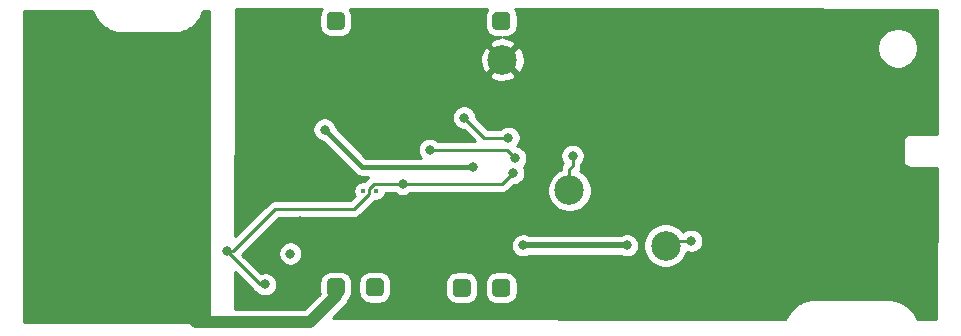
<source format=gbr>
G04 #@! TF.GenerationSoftware,KiCad,Pcbnew,(5.1.4)-1*
G04 #@! TF.CreationDate,2020-07-19T23:59:32-07:00*
G04 #@! TF.ProjectId,Main Board,4d61696e-2042-46f6-9172-642e6b696361,rev?*
G04 #@! TF.SameCoordinates,Original*
G04 #@! TF.FileFunction,Copper,L2,Bot*
G04 #@! TF.FilePolarity,Positive*
%FSLAX46Y46*%
G04 Gerber Fmt 4.6, Leading zero omitted, Abs format (unit mm)*
G04 Created by KiCad (PCBNEW (5.1.4)-1) date 2020-07-19 23:59:32*
%MOMM*%
%LPD*%
G04 APERTURE LIST*
%ADD10C,0.100000*%
%ADD11C,1.524000*%
%ADD12C,0.400000*%
%ADD13C,2.500000*%
%ADD14C,0.800000*%
%ADD15C,1.000000*%
%ADD16C,1.000000*%
%ADD17C,0.500000*%
%ADD18C,0.250000*%
%ADD19C,0.400000*%
%ADD20C,0.254000*%
G04 APERTURE END LIST*
D10*
G36*
X145208345Y-107219835D02*
G01*
X145245329Y-107225321D01*
X145281598Y-107234406D01*
X145316802Y-107247002D01*
X145350602Y-107262988D01*
X145382672Y-107282210D01*
X145412704Y-107304483D01*
X145440408Y-107329592D01*
X145465517Y-107357296D01*
X145487790Y-107387328D01*
X145507012Y-107419398D01*
X145522998Y-107453198D01*
X145535594Y-107488402D01*
X145544679Y-107524671D01*
X145550165Y-107561655D01*
X145552000Y-107599000D01*
X145552000Y-108361000D01*
X145550165Y-108398345D01*
X145544679Y-108435329D01*
X145535594Y-108471598D01*
X145522998Y-108506802D01*
X145507012Y-108540602D01*
X145487790Y-108572672D01*
X145465517Y-108602704D01*
X145440408Y-108630408D01*
X145412704Y-108655517D01*
X145382672Y-108677790D01*
X145350602Y-108697012D01*
X145316802Y-108712998D01*
X145281598Y-108725594D01*
X145245329Y-108734679D01*
X145208345Y-108740165D01*
X145171000Y-108742000D01*
X144409000Y-108742000D01*
X144371655Y-108740165D01*
X144334671Y-108734679D01*
X144298402Y-108725594D01*
X144263198Y-108712998D01*
X144229398Y-108697012D01*
X144197328Y-108677790D01*
X144167296Y-108655517D01*
X144139592Y-108630408D01*
X144114483Y-108602704D01*
X144092210Y-108572672D01*
X144072988Y-108540602D01*
X144057002Y-108506802D01*
X144044406Y-108471598D01*
X144035321Y-108435329D01*
X144029835Y-108398345D01*
X144028000Y-108361000D01*
X144028000Y-107599000D01*
X144029835Y-107561655D01*
X144035321Y-107524671D01*
X144044406Y-107488402D01*
X144057002Y-107453198D01*
X144072988Y-107419398D01*
X144092210Y-107387328D01*
X144114483Y-107357296D01*
X144139592Y-107329592D01*
X144167296Y-107304483D01*
X144197328Y-107282210D01*
X144229398Y-107262988D01*
X144263198Y-107247002D01*
X144298402Y-107234406D01*
X144334671Y-107225321D01*
X144371655Y-107219835D01*
X144409000Y-107218000D01*
X145171000Y-107218000D01*
X145208345Y-107219835D01*
X145208345Y-107219835D01*
G37*
D11*
X144790000Y-107980000D03*
D10*
G36*
X137858345Y-107169835D02*
G01*
X137895329Y-107175321D01*
X137931598Y-107184406D01*
X137966802Y-107197002D01*
X138000602Y-107212988D01*
X138032672Y-107232210D01*
X138062704Y-107254483D01*
X138090408Y-107279592D01*
X138115517Y-107307296D01*
X138137790Y-107337328D01*
X138157012Y-107369398D01*
X138172998Y-107403198D01*
X138185594Y-107438402D01*
X138194679Y-107474671D01*
X138200165Y-107511655D01*
X138202000Y-107549000D01*
X138202000Y-108311000D01*
X138200165Y-108348345D01*
X138194679Y-108385329D01*
X138185594Y-108421598D01*
X138172998Y-108456802D01*
X138157012Y-108490602D01*
X138137790Y-108522672D01*
X138115517Y-108552704D01*
X138090408Y-108580408D01*
X138062704Y-108605517D01*
X138032672Y-108627790D01*
X138000602Y-108647012D01*
X137966802Y-108662998D01*
X137931598Y-108675594D01*
X137895329Y-108684679D01*
X137858345Y-108690165D01*
X137821000Y-108692000D01*
X137059000Y-108692000D01*
X137021655Y-108690165D01*
X136984671Y-108684679D01*
X136948402Y-108675594D01*
X136913198Y-108662998D01*
X136879398Y-108647012D01*
X136847328Y-108627790D01*
X136817296Y-108605517D01*
X136789592Y-108580408D01*
X136764483Y-108552704D01*
X136742210Y-108522672D01*
X136722988Y-108490602D01*
X136707002Y-108456802D01*
X136694406Y-108421598D01*
X136685321Y-108385329D01*
X136679835Y-108348345D01*
X136678000Y-108311000D01*
X136678000Y-107549000D01*
X136679835Y-107511655D01*
X136685321Y-107474671D01*
X136694406Y-107438402D01*
X136707002Y-107403198D01*
X136722988Y-107369398D01*
X136742210Y-107337328D01*
X136764483Y-107307296D01*
X136789592Y-107279592D01*
X136817296Y-107254483D01*
X136847328Y-107232210D01*
X136879398Y-107212988D01*
X136913198Y-107197002D01*
X136948402Y-107184406D01*
X136984671Y-107175321D01*
X137021655Y-107169835D01*
X137059000Y-107168000D01*
X137821000Y-107168000D01*
X137858345Y-107169835D01*
X137858345Y-107169835D01*
G37*
D11*
X137440000Y-107930000D03*
D10*
G36*
X134558345Y-84619835D02*
G01*
X134595329Y-84625321D01*
X134631598Y-84634406D01*
X134666802Y-84647002D01*
X134700602Y-84662988D01*
X134732672Y-84682210D01*
X134762704Y-84704483D01*
X134790408Y-84729592D01*
X134815517Y-84757296D01*
X134837790Y-84787328D01*
X134857012Y-84819398D01*
X134872998Y-84853198D01*
X134885594Y-84888402D01*
X134894679Y-84924671D01*
X134900165Y-84961655D01*
X134902000Y-84999000D01*
X134902000Y-85761000D01*
X134900165Y-85798345D01*
X134894679Y-85835329D01*
X134885594Y-85871598D01*
X134872998Y-85906802D01*
X134857012Y-85940602D01*
X134837790Y-85972672D01*
X134815517Y-86002704D01*
X134790408Y-86030408D01*
X134762704Y-86055517D01*
X134732672Y-86077790D01*
X134700602Y-86097012D01*
X134666802Y-86112998D01*
X134631598Y-86125594D01*
X134595329Y-86134679D01*
X134558345Y-86140165D01*
X134521000Y-86142000D01*
X133759000Y-86142000D01*
X133721655Y-86140165D01*
X133684671Y-86134679D01*
X133648402Y-86125594D01*
X133613198Y-86112998D01*
X133579398Y-86097012D01*
X133547328Y-86077790D01*
X133517296Y-86055517D01*
X133489592Y-86030408D01*
X133464483Y-86002704D01*
X133442210Y-85972672D01*
X133422988Y-85940602D01*
X133407002Y-85906802D01*
X133394406Y-85871598D01*
X133385321Y-85835329D01*
X133379835Y-85798345D01*
X133378000Y-85761000D01*
X133378000Y-84999000D01*
X133379835Y-84961655D01*
X133385321Y-84924671D01*
X133394406Y-84888402D01*
X133407002Y-84853198D01*
X133422988Y-84819398D01*
X133442210Y-84787328D01*
X133464483Y-84757296D01*
X133489592Y-84729592D01*
X133517296Y-84704483D01*
X133547328Y-84682210D01*
X133579398Y-84662988D01*
X133613198Y-84647002D01*
X133648402Y-84634406D01*
X133684671Y-84625321D01*
X133721655Y-84619835D01*
X133759000Y-84618000D01*
X134521000Y-84618000D01*
X134558345Y-84619835D01*
X134558345Y-84619835D01*
G37*
D11*
X134140000Y-85380000D03*
D10*
G36*
X148558345Y-84619835D02*
G01*
X148595329Y-84625321D01*
X148631598Y-84634406D01*
X148666802Y-84647002D01*
X148700602Y-84662988D01*
X148732672Y-84682210D01*
X148762704Y-84704483D01*
X148790408Y-84729592D01*
X148815517Y-84757296D01*
X148837790Y-84787328D01*
X148857012Y-84819398D01*
X148872998Y-84853198D01*
X148885594Y-84888402D01*
X148894679Y-84924671D01*
X148900165Y-84961655D01*
X148902000Y-84999000D01*
X148902000Y-85761000D01*
X148900165Y-85798345D01*
X148894679Y-85835329D01*
X148885594Y-85871598D01*
X148872998Y-85906802D01*
X148857012Y-85940602D01*
X148837790Y-85972672D01*
X148815517Y-86002704D01*
X148790408Y-86030408D01*
X148762704Y-86055517D01*
X148732672Y-86077790D01*
X148700602Y-86097012D01*
X148666802Y-86112998D01*
X148631598Y-86125594D01*
X148595329Y-86134679D01*
X148558345Y-86140165D01*
X148521000Y-86142000D01*
X147759000Y-86142000D01*
X147721655Y-86140165D01*
X147684671Y-86134679D01*
X147648402Y-86125594D01*
X147613198Y-86112998D01*
X147579398Y-86097012D01*
X147547328Y-86077790D01*
X147517296Y-86055517D01*
X147489592Y-86030408D01*
X147464483Y-86002704D01*
X147442210Y-85972672D01*
X147422988Y-85940602D01*
X147407002Y-85906802D01*
X147394406Y-85871598D01*
X147385321Y-85835329D01*
X147379835Y-85798345D01*
X147378000Y-85761000D01*
X147378000Y-84999000D01*
X147379835Y-84961655D01*
X147385321Y-84924671D01*
X147394406Y-84888402D01*
X147407002Y-84853198D01*
X147422988Y-84819398D01*
X147442210Y-84787328D01*
X147464483Y-84757296D01*
X147489592Y-84729592D01*
X147517296Y-84704483D01*
X147547328Y-84682210D01*
X147579398Y-84662988D01*
X147613198Y-84647002D01*
X147648402Y-84634406D01*
X147684671Y-84625321D01*
X147721655Y-84619835D01*
X147759000Y-84618000D01*
X148521000Y-84618000D01*
X148558345Y-84619835D01*
X148558345Y-84619835D01*
G37*
D11*
X148140000Y-85380000D03*
D10*
G36*
X148558345Y-107219835D02*
G01*
X148595329Y-107225321D01*
X148631598Y-107234406D01*
X148666802Y-107247002D01*
X148700602Y-107262988D01*
X148732672Y-107282210D01*
X148762704Y-107304483D01*
X148790408Y-107329592D01*
X148815517Y-107357296D01*
X148837790Y-107387328D01*
X148857012Y-107419398D01*
X148872998Y-107453198D01*
X148885594Y-107488402D01*
X148894679Y-107524671D01*
X148900165Y-107561655D01*
X148902000Y-107599000D01*
X148902000Y-108361000D01*
X148900165Y-108398345D01*
X148894679Y-108435329D01*
X148885594Y-108471598D01*
X148872998Y-108506802D01*
X148857012Y-108540602D01*
X148837790Y-108572672D01*
X148815517Y-108602704D01*
X148790408Y-108630408D01*
X148762704Y-108655517D01*
X148732672Y-108677790D01*
X148700602Y-108697012D01*
X148666802Y-108712998D01*
X148631598Y-108725594D01*
X148595329Y-108734679D01*
X148558345Y-108740165D01*
X148521000Y-108742000D01*
X147759000Y-108742000D01*
X147721655Y-108740165D01*
X147684671Y-108734679D01*
X147648402Y-108725594D01*
X147613198Y-108712998D01*
X147579398Y-108697012D01*
X147547328Y-108677790D01*
X147517296Y-108655517D01*
X147489592Y-108630408D01*
X147464483Y-108602704D01*
X147442210Y-108572672D01*
X147422988Y-108540602D01*
X147407002Y-108506802D01*
X147394406Y-108471598D01*
X147385321Y-108435329D01*
X147379835Y-108398345D01*
X147378000Y-108361000D01*
X147378000Y-107599000D01*
X147379835Y-107561655D01*
X147385321Y-107524671D01*
X147394406Y-107488402D01*
X147407002Y-107453198D01*
X147422988Y-107419398D01*
X147442210Y-107387328D01*
X147464483Y-107357296D01*
X147489592Y-107329592D01*
X147517296Y-107304483D01*
X147547328Y-107282210D01*
X147579398Y-107262988D01*
X147613198Y-107247002D01*
X147648402Y-107234406D01*
X147684671Y-107225321D01*
X147721655Y-107219835D01*
X147759000Y-107218000D01*
X148521000Y-107218000D01*
X148558345Y-107219835D01*
X148558345Y-107219835D01*
G37*
D11*
X148140000Y-107980000D03*
D10*
G36*
X134558345Y-107169835D02*
G01*
X134595329Y-107175321D01*
X134631598Y-107184406D01*
X134666802Y-107197002D01*
X134700602Y-107212988D01*
X134732672Y-107232210D01*
X134762704Y-107254483D01*
X134790408Y-107279592D01*
X134815517Y-107307296D01*
X134837790Y-107337328D01*
X134857012Y-107369398D01*
X134872998Y-107403198D01*
X134885594Y-107438402D01*
X134894679Y-107474671D01*
X134900165Y-107511655D01*
X134902000Y-107549000D01*
X134902000Y-108311000D01*
X134900165Y-108348345D01*
X134894679Y-108385329D01*
X134885594Y-108421598D01*
X134872998Y-108456802D01*
X134857012Y-108490602D01*
X134837790Y-108522672D01*
X134815517Y-108552704D01*
X134790408Y-108580408D01*
X134762704Y-108605517D01*
X134732672Y-108627790D01*
X134700602Y-108647012D01*
X134666802Y-108662998D01*
X134631598Y-108675594D01*
X134595329Y-108684679D01*
X134558345Y-108690165D01*
X134521000Y-108692000D01*
X133759000Y-108692000D01*
X133721655Y-108690165D01*
X133684671Y-108684679D01*
X133648402Y-108675594D01*
X133613198Y-108662998D01*
X133579398Y-108647012D01*
X133547328Y-108627790D01*
X133517296Y-108605517D01*
X133489592Y-108580408D01*
X133464483Y-108552704D01*
X133442210Y-108522672D01*
X133422988Y-108490602D01*
X133407002Y-108456802D01*
X133394406Y-108421598D01*
X133385321Y-108385329D01*
X133379835Y-108348345D01*
X133378000Y-108311000D01*
X133378000Y-107549000D01*
X133379835Y-107511655D01*
X133385321Y-107474671D01*
X133394406Y-107438402D01*
X133407002Y-107403198D01*
X133422988Y-107369398D01*
X133442210Y-107337328D01*
X133464483Y-107307296D01*
X133489592Y-107279592D01*
X133517296Y-107254483D01*
X133547328Y-107232210D01*
X133579398Y-107212988D01*
X133613198Y-107197002D01*
X133648402Y-107184406D01*
X133684671Y-107175321D01*
X133721655Y-107169835D01*
X133759000Y-107168000D01*
X134521000Y-107168000D01*
X134558345Y-107169835D01*
X134558345Y-107169835D01*
G37*
D11*
X134140000Y-107930000D03*
D12*
X137540000Y-99780000D03*
X136440000Y-99780000D03*
D13*
X162060000Y-104400000D03*
X148250000Y-88660000D03*
X153920000Y-99700000D03*
D14*
X130280000Y-105080000D03*
X114190000Y-89780000D03*
X117790000Y-89780000D03*
X116190000Y-89780000D03*
X112190000Y-89780000D03*
X110190000Y-89780000D03*
X108190000Y-89780000D03*
X108790000Y-101980000D03*
X108780000Y-107530000D03*
X108390000Y-97180000D03*
X108410000Y-94820000D03*
X122428000Y-86360000D03*
X112300000Y-107570000D03*
D15*
X122790000Y-109380000D03*
X121590000Y-110180000D03*
X120090000Y-109880000D03*
X118590000Y-109880000D03*
X117090000Y-109880000D03*
X115590000Y-109880000D03*
X114090000Y-109880000D03*
X112590000Y-109880000D03*
X111090000Y-109880000D03*
X109590000Y-109880000D03*
X108290000Y-109890000D03*
D14*
X114590000Y-99380000D03*
X116590000Y-100880000D03*
X114590000Y-101380000D03*
X112290000Y-104610000D03*
X108800000Y-104150000D03*
X108810000Y-99560000D03*
X110690000Y-105500000D03*
X111120000Y-100990000D03*
X111100000Y-99210000D03*
X108290000Y-92650000D03*
X128590000Y-88380000D03*
X129310000Y-91680000D03*
X133990000Y-104580000D03*
X142990000Y-109580000D03*
X139590000Y-109580000D03*
X141350000Y-107770000D03*
X146030000Y-101040000D03*
X148082000Y-102616000D03*
X150876000Y-108712000D03*
X149860000Y-106426000D03*
X140570000Y-100640000D03*
X134760000Y-100270000D03*
X164084000Y-85344000D03*
X167894000Y-85420000D03*
X172974000Y-85344000D03*
X177546000Y-85430000D03*
X184500000Y-85270000D03*
X184260000Y-90590000D03*
X181570000Y-96120000D03*
X179832000Y-91186000D03*
X170590000Y-87630000D03*
X164084000Y-94742000D03*
X173482000Y-93218000D03*
X171196000Y-94870000D03*
X177800000Y-98552000D03*
X150640000Y-91440000D03*
X154000000Y-87000000D03*
X150640000Y-87090000D03*
X151640000Y-85320000D03*
X155370000Y-85180000D03*
X127140000Y-104920000D03*
X132460000Y-104780000D03*
X131064000Y-102362000D03*
X126590000Y-95280000D03*
X132080000Y-96266000D03*
X125984000Y-108204000D03*
X128290000Y-109474000D03*
X178562000Y-93140000D03*
X126280000Y-99960000D03*
X163150000Y-90820000D03*
X142890000Y-100810000D03*
X138630000Y-100810000D03*
X136000000Y-87500000D03*
X140500000Y-87500000D03*
X144500000Y-87500000D03*
X144500000Y-91000000D03*
X140500000Y-91000000D03*
X140500000Y-91000000D03*
X136500000Y-93000000D03*
X149990000Y-104380000D03*
X158790000Y-104380000D03*
X164227766Y-104000000D03*
X148750000Y-95270000D03*
X144990000Y-93560000D03*
X142090000Y-96280000D03*
X149330000Y-96990000D03*
X145790000Y-97780000D03*
X133190000Y-94580000D03*
X154180000Y-96800000D03*
X139790000Y-99180000D03*
X124890000Y-104880000D03*
X128150000Y-107680000D03*
X149170000Y-98250000D03*
D16*
X131951999Y-110880001D02*
X122290001Y-110880001D01*
X134140000Y-107930000D02*
X134140000Y-108692000D01*
X134140000Y-108692000D02*
X131951999Y-110880001D01*
X122290001Y-110880001D02*
X121590000Y-110180000D01*
X121590000Y-110180000D02*
X121590000Y-110180000D01*
D17*
X149990000Y-104380000D02*
X158790000Y-104380000D01*
D18*
X162460000Y-104000000D02*
X162060000Y-104400000D01*
X164227766Y-104000000D02*
X162460000Y-104000000D01*
X146700000Y-95270000D02*
X148750000Y-95270000D01*
X144990000Y-93560000D02*
X146700000Y-95270000D01*
X148620000Y-96280000D02*
X149330000Y-96990000D01*
X142090000Y-96280000D02*
X148620000Y-96280000D01*
D19*
X145790000Y-97780000D02*
X136390000Y-97780000D01*
X136390000Y-97780000D02*
X133190000Y-94580000D01*
X133190000Y-94580000D02*
X133190000Y-94580000D01*
X133190000Y-94580000D02*
X133190000Y-94580000D01*
D18*
X153920000Y-97932234D02*
X154180000Y-97672234D01*
X153920000Y-99700000D02*
X153920000Y-97932234D01*
X154180000Y-97672234D02*
X154180000Y-96800000D01*
X154180000Y-96800000D02*
X154180000Y-96800000D01*
X138990000Y-99180000D02*
X139790000Y-99180000D01*
X136965001Y-99604999D02*
X137390000Y-99180000D01*
X136965001Y-100032001D02*
X136965001Y-99604999D01*
X137390000Y-99180000D02*
X138990000Y-99180000D01*
X135692001Y-101305001D02*
X136965001Y-100032001D01*
X129030684Y-101305001D02*
X135692001Y-101305001D01*
X125455685Y-104880000D02*
X129030684Y-101305001D01*
X124890000Y-104880000D02*
X125455685Y-104880000D01*
X127690000Y-107680000D02*
X128150000Y-107680000D01*
X124890000Y-104880000D02*
X127690000Y-107680000D01*
X148240000Y-99180000D02*
X149170000Y-98250000D01*
X139790000Y-99180000D02*
X148240000Y-99180000D01*
D20*
G36*
X113606354Y-84732320D02*
G01*
X113629251Y-84786789D01*
X113651390Y-84841585D01*
X113655664Y-84849623D01*
X113844785Y-85199396D01*
X113877836Y-85248396D01*
X113910188Y-85297836D01*
X113915941Y-85304890D01*
X114169398Y-85611267D01*
X114211340Y-85652917D01*
X114252676Y-85695128D01*
X114259690Y-85700931D01*
X114567829Y-85952243D01*
X114617089Y-85984972D01*
X114665810Y-86018331D01*
X114673812Y-86022658D01*
X114673816Y-86022661D01*
X114673820Y-86022663D01*
X115024901Y-86209335D01*
X115079562Y-86231865D01*
X115133851Y-86255133D01*
X115142541Y-86257823D01*
X115142548Y-86257826D01*
X115142555Y-86257827D01*
X115523203Y-86372752D01*
X115581220Y-86384240D01*
X115638974Y-86396516D01*
X115648018Y-86397467D01*
X115648028Y-86397469D01*
X115648037Y-86397469D01*
X116043758Y-86436270D01*
X116043764Y-86436270D01*
X116075360Y-86439382D01*
X120372022Y-86439382D01*
X120400675Y-86436560D01*
X120413315Y-86436648D01*
X120422375Y-86435760D01*
X120817825Y-86394197D01*
X120875737Y-86382310D01*
X120933761Y-86371241D01*
X120942470Y-86368612D01*
X120942474Y-86368611D01*
X120942477Y-86368610D01*
X121322320Y-86251028D01*
X121376789Y-86228131D01*
X121431585Y-86205992D01*
X121439623Y-86201718D01*
X121789396Y-86012597D01*
X121838396Y-85979546D01*
X121887836Y-85947194D01*
X121894890Y-85941441D01*
X122201267Y-85687984D01*
X122242917Y-85646042D01*
X122285128Y-85604706D01*
X122290931Y-85597692D01*
X122542243Y-85289553D01*
X122574972Y-85240293D01*
X122608331Y-85191572D01*
X122612658Y-85183570D01*
X122612661Y-85183566D01*
X122612663Y-85183562D01*
X122799335Y-84832481D01*
X122821865Y-84777820D01*
X122845133Y-84723531D01*
X122847823Y-84714841D01*
X122847826Y-84714834D01*
X122847827Y-84714827D01*
X122910574Y-84507000D01*
X123376202Y-84507000D01*
X123376202Y-110853000D01*
X107772000Y-110853000D01*
X107772000Y-84507000D01*
X113536605Y-84507000D01*
X113606354Y-84732320D01*
X113606354Y-84732320D01*
G37*
X113606354Y-84732320D02*
X113629251Y-84786789D01*
X113651390Y-84841585D01*
X113655664Y-84849623D01*
X113844785Y-85199396D01*
X113877836Y-85248396D01*
X113910188Y-85297836D01*
X113915941Y-85304890D01*
X114169398Y-85611267D01*
X114211340Y-85652917D01*
X114252676Y-85695128D01*
X114259690Y-85700931D01*
X114567829Y-85952243D01*
X114617089Y-85984972D01*
X114665810Y-86018331D01*
X114673812Y-86022658D01*
X114673816Y-86022661D01*
X114673820Y-86022663D01*
X115024901Y-86209335D01*
X115079562Y-86231865D01*
X115133851Y-86255133D01*
X115142541Y-86257823D01*
X115142548Y-86257826D01*
X115142555Y-86257827D01*
X115523203Y-86372752D01*
X115581220Y-86384240D01*
X115638974Y-86396516D01*
X115648018Y-86397467D01*
X115648028Y-86397469D01*
X115648037Y-86397469D01*
X116043758Y-86436270D01*
X116043764Y-86436270D01*
X116075360Y-86439382D01*
X120372022Y-86439382D01*
X120400675Y-86436560D01*
X120413315Y-86436648D01*
X120422375Y-86435760D01*
X120817825Y-86394197D01*
X120875737Y-86382310D01*
X120933761Y-86371241D01*
X120942470Y-86368612D01*
X120942474Y-86368611D01*
X120942477Y-86368610D01*
X121322320Y-86251028D01*
X121376789Y-86228131D01*
X121431585Y-86205992D01*
X121439623Y-86201718D01*
X121789396Y-86012597D01*
X121838396Y-85979546D01*
X121887836Y-85947194D01*
X121894890Y-85941441D01*
X122201267Y-85687984D01*
X122242917Y-85646042D01*
X122285128Y-85604706D01*
X122290931Y-85597692D01*
X122542243Y-85289553D01*
X122574972Y-85240293D01*
X122608331Y-85191572D01*
X122612658Y-85183570D01*
X122612661Y-85183566D01*
X122612663Y-85183562D01*
X122799335Y-84832481D01*
X122821865Y-84777820D01*
X122845133Y-84723531D01*
X122847823Y-84714841D01*
X122847826Y-84714834D01*
X122847827Y-84714827D01*
X122910574Y-84507000D01*
X123376202Y-84507000D01*
X123376202Y-110853000D01*
X107772000Y-110853000D01*
X107772000Y-84507000D01*
X113536605Y-84507000D01*
X113606354Y-84732320D01*
G36*
X132918357Y-84437300D02*
G01*
X132824927Y-84612094D01*
X132767394Y-84801757D01*
X132747967Y-84999000D01*
X132747967Y-85761000D01*
X132767394Y-85958243D01*
X132824927Y-86147906D01*
X132918357Y-86322700D01*
X133044092Y-86475908D01*
X133197300Y-86601643D01*
X133372094Y-86695073D01*
X133561757Y-86752606D01*
X133759000Y-86772033D01*
X134521000Y-86772033D01*
X134718243Y-86752606D01*
X134907906Y-86695073D01*
X135082700Y-86601643D01*
X135235908Y-86475908D01*
X135361643Y-86322700D01*
X135455073Y-86147906D01*
X135512606Y-85958243D01*
X135532033Y-85761000D01*
X135532033Y-84999000D01*
X135512606Y-84801757D01*
X135455073Y-84612094D01*
X135361643Y-84437300D01*
X135332673Y-84402000D01*
X146947327Y-84402000D01*
X146918357Y-84437300D01*
X146824927Y-84612094D01*
X146767394Y-84801757D01*
X146747967Y-84999000D01*
X146747967Y-85761000D01*
X146767394Y-85958243D01*
X146824927Y-86147906D01*
X146918357Y-86322700D01*
X147044092Y-86475908D01*
X147197300Y-86601643D01*
X147372094Y-86695073D01*
X147561757Y-86752606D01*
X147759000Y-86772033D01*
X148154492Y-86772033D01*
X147828925Y-86813275D01*
X147476738Y-86930906D01*
X147241914Y-87056423D01*
X147116000Y-87346395D01*
X148250000Y-88480395D01*
X149210490Y-87519905D01*
X179973000Y-87519905D01*
X179973000Y-87860095D01*
X180039368Y-88193747D01*
X180169553Y-88508041D01*
X180358552Y-88790898D01*
X180599102Y-89031448D01*
X180881959Y-89220447D01*
X181196253Y-89350632D01*
X181529905Y-89417000D01*
X181870095Y-89417000D01*
X182203747Y-89350632D01*
X182518041Y-89220447D01*
X182800898Y-89031448D01*
X183041448Y-88790898D01*
X183230447Y-88508041D01*
X183360632Y-88193747D01*
X183427000Y-87860095D01*
X183427000Y-87519905D01*
X183360632Y-87186253D01*
X183230447Y-86871959D01*
X183041448Y-86589102D01*
X182800898Y-86348552D01*
X182518041Y-86159553D01*
X182203747Y-86029368D01*
X181870095Y-85963000D01*
X181529905Y-85963000D01*
X181196253Y-86029368D01*
X180881959Y-86159553D01*
X180599102Y-86348552D01*
X180358552Y-86589102D01*
X180169553Y-86871959D01*
X180039368Y-87186253D01*
X179973000Y-87519905D01*
X149210490Y-87519905D01*
X149384000Y-87346395D01*
X149258086Y-87056423D01*
X148925874Y-86890567D01*
X148567688Y-86792710D01*
X148274242Y-86772033D01*
X148521000Y-86772033D01*
X148718243Y-86752606D01*
X148907906Y-86695073D01*
X149082700Y-86601643D01*
X149235908Y-86475908D01*
X149361643Y-86322700D01*
X149455073Y-86147906D01*
X149512606Y-85958243D01*
X149532033Y-85761000D01*
X149532033Y-84999000D01*
X149512606Y-84801757D01*
X149455073Y-84612094D01*
X149361643Y-84437300D01*
X149332673Y-84402000D01*
X166025800Y-84402000D01*
X185052496Y-84446701D01*
X185010824Y-94948000D01*
X182832022Y-94948000D01*
X182800000Y-94944846D01*
X182767978Y-94948000D01*
X182672186Y-94957435D01*
X182549283Y-94994717D01*
X182436016Y-95055259D01*
X182336736Y-95136736D01*
X182255259Y-95236016D01*
X182194717Y-95349283D01*
X182157435Y-95472186D01*
X182144846Y-95600000D01*
X182148000Y-95632022D01*
X182148001Y-97127968D01*
X182144846Y-97160000D01*
X182157435Y-97287814D01*
X182194717Y-97410717D01*
X182255259Y-97523984D01*
X182336736Y-97623264D01*
X182436016Y-97704741D01*
X182549283Y-97765283D01*
X182672186Y-97802565D01*
X182767978Y-97812000D01*
X182800000Y-97815154D01*
X182832022Y-97812000D01*
X184999459Y-97812000D01*
X184948504Y-110652702D01*
X183387638Y-110649035D01*
X183381028Y-110627680D01*
X183358120Y-110573183D01*
X183335992Y-110518415D01*
X183331722Y-110510385D01*
X183331718Y-110510375D01*
X183331713Y-110510367D01*
X183142597Y-110160604D01*
X183109546Y-110111604D01*
X183077194Y-110062164D01*
X183071441Y-110055110D01*
X182817984Y-109748733D01*
X182776042Y-109707083D01*
X182734706Y-109664872D01*
X182727692Y-109659069D01*
X182419553Y-109407757D01*
X182370308Y-109375039D01*
X182321572Y-109341669D01*
X182313565Y-109337339D01*
X181962481Y-109150665D01*
X181907820Y-109128135D01*
X181853531Y-109104867D01*
X181844841Y-109102177D01*
X181844834Y-109102174D01*
X181844827Y-109102173D01*
X181464179Y-108987248D01*
X181406162Y-108975760D01*
X181348408Y-108963484D01*
X181339364Y-108962533D01*
X181339354Y-108962531D01*
X181339345Y-108962531D01*
X180943625Y-108923730D01*
X180943618Y-108923730D01*
X180912022Y-108920618D01*
X174643360Y-108920618D01*
X174614707Y-108923440D01*
X174602067Y-108923352D01*
X174593007Y-108924240D01*
X174197557Y-108965803D01*
X174139632Y-108977693D01*
X174081622Y-108988759D01*
X174072915Y-108991388D01*
X174072908Y-108991389D01*
X174072902Y-108991392D01*
X173693062Y-109108972D01*
X173638565Y-109131880D01*
X173583797Y-109154008D01*
X173575767Y-109158278D01*
X173575757Y-109158282D01*
X173575749Y-109158287D01*
X173225986Y-109347403D01*
X173176986Y-109380454D01*
X173127546Y-109412806D01*
X173120492Y-109418559D01*
X172814115Y-109672016D01*
X172772465Y-109713958D01*
X172730254Y-109755294D01*
X172724451Y-109762308D01*
X172473139Y-110070447D01*
X172440421Y-110119692D01*
X172407051Y-110168428D01*
X172402721Y-110176435D01*
X172216047Y-110527519D01*
X172193517Y-110582180D01*
X172176153Y-110622695D01*
X133893065Y-110532753D01*
X134897764Y-109528055D01*
X134940765Y-109492765D01*
X134976055Y-109449764D01*
X134976058Y-109449761D01*
X135081600Y-109321157D01*
X135186250Y-109125371D01*
X135209963Y-109047201D01*
X135235908Y-109025908D01*
X135361643Y-108872700D01*
X135455073Y-108697906D01*
X135512606Y-108508243D01*
X135532033Y-108311000D01*
X135532033Y-107549000D01*
X136047967Y-107549000D01*
X136047967Y-108311000D01*
X136067394Y-108508243D01*
X136124927Y-108697906D01*
X136218357Y-108872700D01*
X136344092Y-109025908D01*
X136497300Y-109151643D01*
X136672094Y-109245073D01*
X136861757Y-109302606D01*
X137059000Y-109322033D01*
X137821000Y-109322033D01*
X138018243Y-109302606D01*
X138207906Y-109245073D01*
X138382700Y-109151643D01*
X138535908Y-109025908D01*
X138661643Y-108872700D01*
X138755073Y-108697906D01*
X138812606Y-108508243D01*
X138832033Y-108311000D01*
X138832033Y-107599000D01*
X143397967Y-107599000D01*
X143397967Y-108361000D01*
X143417394Y-108558243D01*
X143474927Y-108747906D01*
X143568357Y-108922700D01*
X143694092Y-109075908D01*
X143847300Y-109201643D01*
X144022094Y-109295073D01*
X144211757Y-109352606D01*
X144409000Y-109372033D01*
X145171000Y-109372033D01*
X145368243Y-109352606D01*
X145557906Y-109295073D01*
X145732700Y-109201643D01*
X145885908Y-109075908D01*
X146011643Y-108922700D01*
X146105073Y-108747906D01*
X146162606Y-108558243D01*
X146182033Y-108361000D01*
X146182033Y-107599000D01*
X146747967Y-107599000D01*
X146747967Y-108361000D01*
X146767394Y-108558243D01*
X146824927Y-108747906D01*
X146918357Y-108922700D01*
X147044092Y-109075908D01*
X147197300Y-109201643D01*
X147372094Y-109295073D01*
X147561757Y-109352606D01*
X147759000Y-109372033D01*
X148521000Y-109372033D01*
X148718243Y-109352606D01*
X148907906Y-109295073D01*
X149082700Y-109201643D01*
X149235908Y-109075908D01*
X149361643Y-108922700D01*
X149455073Y-108747906D01*
X149512606Y-108558243D01*
X149532033Y-108361000D01*
X149532033Y-107599000D01*
X149512606Y-107401757D01*
X149455073Y-107212094D01*
X149361643Y-107037300D01*
X149235908Y-106884092D01*
X149082700Y-106758357D01*
X148907906Y-106664927D01*
X148718243Y-106607394D01*
X148521000Y-106587967D01*
X147759000Y-106587967D01*
X147561757Y-106607394D01*
X147372094Y-106664927D01*
X147197300Y-106758357D01*
X147044092Y-106884092D01*
X146918357Y-107037300D01*
X146824927Y-107212094D01*
X146767394Y-107401757D01*
X146747967Y-107599000D01*
X146182033Y-107599000D01*
X146162606Y-107401757D01*
X146105073Y-107212094D01*
X146011643Y-107037300D01*
X145885908Y-106884092D01*
X145732700Y-106758357D01*
X145557906Y-106664927D01*
X145368243Y-106607394D01*
X145171000Y-106587967D01*
X144409000Y-106587967D01*
X144211757Y-106607394D01*
X144022094Y-106664927D01*
X143847300Y-106758357D01*
X143694092Y-106884092D01*
X143568357Y-107037300D01*
X143474927Y-107212094D01*
X143417394Y-107401757D01*
X143397967Y-107599000D01*
X138832033Y-107599000D01*
X138832033Y-107549000D01*
X138812606Y-107351757D01*
X138755073Y-107162094D01*
X138661643Y-106987300D01*
X138535908Y-106834092D01*
X138382700Y-106708357D01*
X138207906Y-106614927D01*
X138018243Y-106557394D01*
X137821000Y-106537967D01*
X137059000Y-106537967D01*
X136861757Y-106557394D01*
X136672094Y-106614927D01*
X136497300Y-106708357D01*
X136344092Y-106834092D01*
X136218357Y-106987300D01*
X136124927Y-107162094D01*
X136067394Y-107351757D01*
X136047967Y-107549000D01*
X135532033Y-107549000D01*
X135512606Y-107351757D01*
X135455073Y-107162094D01*
X135361643Y-106987300D01*
X135235908Y-106834092D01*
X135082700Y-106708357D01*
X134907906Y-106614927D01*
X134718243Y-106557394D01*
X134521000Y-106537967D01*
X133759000Y-106537967D01*
X133561757Y-106557394D01*
X133372094Y-106614927D01*
X133197300Y-106708357D01*
X133044092Y-106834092D01*
X132918357Y-106987300D01*
X132824927Y-107162094D01*
X132767394Y-107351757D01*
X132747967Y-107549000D01*
X132747967Y-108311000D01*
X132764036Y-108474146D01*
X131485181Y-109753001D01*
X125615521Y-109753001D01*
X125627711Y-106681199D01*
X127132137Y-108185626D01*
X127155683Y-108214317D01*
X127270190Y-108308290D01*
X127389855Y-108372252D01*
X127495326Y-108477723D01*
X127663533Y-108590115D01*
X127850435Y-108667533D01*
X128048849Y-108707000D01*
X128251151Y-108707000D01*
X128449565Y-108667533D01*
X128636467Y-108590115D01*
X128804674Y-108477723D01*
X128947723Y-108334674D01*
X129060115Y-108166467D01*
X129137533Y-107979565D01*
X129177000Y-107781151D01*
X129177000Y-107578849D01*
X129137533Y-107380435D01*
X129060115Y-107193533D01*
X128947723Y-107025326D01*
X128804674Y-106882277D01*
X128636467Y-106769885D01*
X128449565Y-106692467D01*
X128251151Y-106653000D01*
X128048849Y-106653000D01*
X127850435Y-106692467D01*
X127790699Y-106717211D01*
X126236331Y-105162842D01*
X126420324Y-104978849D01*
X129253000Y-104978849D01*
X129253000Y-105181151D01*
X129292467Y-105379565D01*
X129369885Y-105566467D01*
X129482277Y-105734674D01*
X129625326Y-105877723D01*
X129793533Y-105990115D01*
X129980435Y-106067533D01*
X130178849Y-106107000D01*
X130381151Y-106107000D01*
X130579565Y-106067533D01*
X130766467Y-105990115D01*
X130934674Y-105877723D01*
X131077723Y-105734674D01*
X131190115Y-105566467D01*
X131267533Y-105379565D01*
X131307000Y-105181151D01*
X131307000Y-104978849D01*
X131267533Y-104780435D01*
X131190115Y-104593533D01*
X131077723Y-104425326D01*
X130934674Y-104282277D01*
X130929544Y-104278849D01*
X148963000Y-104278849D01*
X148963000Y-104481151D01*
X149002467Y-104679565D01*
X149079885Y-104866467D01*
X149192277Y-105034674D01*
X149335326Y-105177723D01*
X149503533Y-105290115D01*
X149690435Y-105367533D01*
X149888849Y-105407000D01*
X150091151Y-105407000D01*
X150289565Y-105367533D01*
X150476467Y-105290115D01*
X150526027Y-105257000D01*
X158253973Y-105257000D01*
X158303533Y-105290115D01*
X158490435Y-105367533D01*
X158688849Y-105407000D01*
X158891151Y-105407000D01*
X159089565Y-105367533D01*
X159276467Y-105290115D01*
X159444674Y-105177723D01*
X159587723Y-105034674D01*
X159700115Y-104866467D01*
X159777533Y-104679565D01*
X159817000Y-104481151D01*
X159817000Y-104278849D01*
X159804326Y-104215132D01*
X160183000Y-104215132D01*
X160183000Y-104584868D01*
X160255132Y-104947501D01*
X160396624Y-105289093D01*
X160602039Y-105596518D01*
X160863482Y-105857961D01*
X161170907Y-106063376D01*
X161512499Y-106204868D01*
X161875132Y-106277000D01*
X162244868Y-106277000D01*
X162607501Y-106204868D01*
X162949093Y-106063376D01*
X163256518Y-105857961D01*
X163517961Y-105596518D01*
X163723376Y-105289093D01*
X163859990Y-104959279D01*
X163928201Y-104987533D01*
X164126615Y-105027000D01*
X164328917Y-105027000D01*
X164527331Y-104987533D01*
X164714233Y-104910115D01*
X164882440Y-104797723D01*
X165025489Y-104654674D01*
X165137881Y-104486467D01*
X165215299Y-104299565D01*
X165254766Y-104101151D01*
X165254766Y-103898849D01*
X165215299Y-103700435D01*
X165137881Y-103513533D01*
X165025489Y-103345326D01*
X164882440Y-103202277D01*
X164714233Y-103089885D01*
X164527331Y-103012467D01*
X164328917Y-102973000D01*
X164126615Y-102973000D01*
X163928201Y-103012467D01*
X163741299Y-103089885D01*
X163573092Y-103202277D01*
X163539561Y-103235808D01*
X163517961Y-103203482D01*
X163256518Y-102942039D01*
X162949093Y-102736624D01*
X162607501Y-102595132D01*
X162244868Y-102523000D01*
X161875132Y-102523000D01*
X161512499Y-102595132D01*
X161170907Y-102736624D01*
X160863482Y-102942039D01*
X160602039Y-103203482D01*
X160396624Y-103510907D01*
X160255132Y-103852499D01*
X160183000Y-104215132D01*
X159804326Y-104215132D01*
X159777533Y-104080435D01*
X159700115Y-103893533D01*
X159587723Y-103725326D01*
X159444674Y-103582277D01*
X159276467Y-103469885D01*
X159089565Y-103392467D01*
X158891151Y-103353000D01*
X158688849Y-103353000D01*
X158490435Y-103392467D01*
X158303533Y-103469885D01*
X158253973Y-103503000D01*
X150526027Y-103503000D01*
X150476467Y-103469885D01*
X150289565Y-103392467D01*
X150091151Y-103353000D01*
X149888849Y-103353000D01*
X149690435Y-103392467D01*
X149503533Y-103469885D01*
X149335326Y-103582277D01*
X149192277Y-103725326D01*
X149079885Y-103893533D01*
X149002467Y-104080435D01*
X148963000Y-104278849D01*
X130929544Y-104278849D01*
X130766467Y-104169885D01*
X130579565Y-104092467D01*
X130381151Y-104053000D01*
X130178849Y-104053000D01*
X129980435Y-104092467D01*
X129793533Y-104169885D01*
X129625326Y-104282277D01*
X129482277Y-104425326D01*
X129369885Y-104593533D01*
X129292467Y-104780435D01*
X129253000Y-104978849D01*
X126420324Y-104978849D01*
X129342173Y-102057001D01*
X135655066Y-102057001D01*
X135692001Y-102060639D01*
X135728936Y-102057001D01*
X135728939Y-102057001D01*
X135839419Y-102046120D01*
X135981171Y-102003119D01*
X136111811Y-101933291D01*
X136226318Y-101839318D01*
X136249868Y-101810622D01*
X137454330Y-100606161D01*
X137458548Y-100607000D01*
X137621452Y-100607000D01*
X137781227Y-100575218D01*
X137931731Y-100512877D01*
X138067181Y-100422372D01*
X138182372Y-100307181D01*
X138272877Y-100171731D01*
X138335218Y-100021227D01*
X138352967Y-99932000D01*
X139089603Y-99932000D01*
X139135326Y-99977723D01*
X139303533Y-100090115D01*
X139490435Y-100167533D01*
X139688849Y-100207000D01*
X139891151Y-100207000D01*
X140089565Y-100167533D01*
X140276467Y-100090115D01*
X140444674Y-99977723D01*
X140490397Y-99932000D01*
X148203065Y-99932000D01*
X148240000Y-99935638D01*
X148276935Y-99932000D01*
X148276938Y-99932000D01*
X148387418Y-99921119D01*
X148529170Y-99878118D01*
X148659810Y-99808290D01*
X148774317Y-99714317D01*
X148797867Y-99685621D01*
X148968356Y-99515132D01*
X152043000Y-99515132D01*
X152043000Y-99884868D01*
X152115132Y-100247501D01*
X152256624Y-100589093D01*
X152462039Y-100896518D01*
X152723482Y-101157961D01*
X153030907Y-101363376D01*
X153372499Y-101504868D01*
X153735132Y-101577000D01*
X154104868Y-101577000D01*
X154467501Y-101504868D01*
X154809093Y-101363376D01*
X155116518Y-101157961D01*
X155377961Y-100896518D01*
X155583376Y-100589093D01*
X155724868Y-100247501D01*
X155797000Y-99884868D01*
X155797000Y-99515132D01*
X155724868Y-99152499D01*
X155583376Y-98810907D01*
X155377961Y-98503482D01*
X155116518Y-98242039D01*
X154830328Y-98050813D01*
X154878118Y-97961404D01*
X154921119Y-97819652D01*
X154932000Y-97709172D01*
X154932000Y-97709170D01*
X154935638Y-97672234D01*
X154932000Y-97635299D01*
X154932000Y-97500397D01*
X154977723Y-97454674D01*
X155090115Y-97286467D01*
X155167533Y-97099565D01*
X155207000Y-96901151D01*
X155207000Y-96698849D01*
X155167533Y-96500435D01*
X155090115Y-96313533D01*
X154977723Y-96145326D01*
X154834674Y-96002277D01*
X154666467Y-95889885D01*
X154479565Y-95812467D01*
X154281151Y-95773000D01*
X154078849Y-95773000D01*
X153880435Y-95812467D01*
X153693533Y-95889885D01*
X153525326Y-96002277D01*
X153382277Y-96145326D01*
X153269885Y-96313533D01*
X153192467Y-96500435D01*
X153153000Y-96698849D01*
X153153000Y-96901151D01*
X153192467Y-97099565D01*
X153269885Y-97286467D01*
X153362902Y-97425677D01*
X153362138Y-97426608D01*
X153362137Y-97426609D01*
X153291710Y-97512424D01*
X153221882Y-97643065D01*
X153203173Y-97704741D01*
X153180344Y-97779999D01*
X153178882Y-97784817D01*
X153164362Y-97932234D01*
X153168001Y-97969179D01*
X153168001Y-97979838D01*
X153030907Y-98036624D01*
X152723482Y-98242039D01*
X152462039Y-98503482D01*
X152256624Y-98810907D01*
X152115132Y-99152499D01*
X152043000Y-99515132D01*
X148968356Y-99515132D01*
X149206488Y-99277000D01*
X149271151Y-99277000D01*
X149469565Y-99237533D01*
X149656467Y-99160115D01*
X149824674Y-99047723D01*
X149967723Y-98904674D01*
X150080115Y-98736467D01*
X150157533Y-98549565D01*
X150197000Y-98351151D01*
X150197000Y-98148849D01*
X150157533Y-97950435D01*
X150080115Y-97763533D01*
X150051576Y-97720821D01*
X150127723Y-97644674D01*
X150240115Y-97476467D01*
X150317533Y-97289565D01*
X150357000Y-97091151D01*
X150357000Y-96888849D01*
X150317533Y-96690435D01*
X150240115Y-96503533D01*
X150127723Y-96335326D01*
X149984674Y-96192277D01*
X149816467Y-96079885D01*
X149629565Y-96002467D01*
X149496415Y-95975982D01*
X149547723Y-95924674D01*
X149660115Y-95756467D01*
X149737533Y-95569565D01*
X149777000Y-95371151D01*
X149777000Y-95168849D01*
X149737533Y-94970435D01*
X149660115Y-94783533D01*
X149547723Y-94615326D01*
X149404674Y-94472277D01*
X149236467Y-94359885D01*
X149049565Y-94282467D01*
X148851151Y-94243000D01*
X148648849Y-94243000D01*
X148450435Y-94282467D01*
X148263533Y-94359885D01*
X148095326Y-94472277D01*
X148049603Y-94518000D01*
X147011489Y-94518000D01*
X146017000Y-93523512D01*
X146017000Y-93458849D01*
X145977533Y-93260435D01*
X145900115Y-93073533D01*
X145787723Y-92905326D01*
X145644674Y-92762277D01*
X145476467Y-92649885D01*
X145289565Y-92572467D01*
X145091151Y-92533000D01*
X144888849Y-92533000D01*
X144690435Y-92572467D01*
X144503533Y-92649885D01*
X144335326Y-92762277D01*
X144192277Y-92905326D01*
X144079885Y-93073533D01*
X144002467Y-93260435D01*
X143963000Y-93458849D01*
X143963000Y-93661151D01*
X144002467Y-93859565D01*
X144079885Y-94046467D01*
X144192277Y-94214674D01*
X144335326Y-94357723D01*
X144503533Y-94470115D01*
X144690435Y-94547533D01*
X144888849Y-94587000D01*
X144953512Y-94587000D01*
X145894511Y-95528000D01*
X142790397Y-95528000D01*
X142744674Y-95482277D01*
X142576467Y-95369885D01*
X142389565Y-95292467D01*
X142191151Y-95253000D01*
X141988849Y-95253000D01*
X141790435Y-95292467D01*
X141603533Y-95369885D01*
X141435326Y-95482277D01*
X141292277Y-95625326D01*
X141179885Y-95793533D01*
X141102467Y-95980435D01*
X141063000Y-96178849D01*
X141063000Y-96381151D01*
X141102467Y-96579565D01*
X141179885Y-96766467D01*
X141292277Y-96934674D01*
X141310603Y-96953000D01*
X136732555Y-96953000D01*
X134206720Y-94427166D01*
X134177533Y-94280435D01*
X134100115Y-94093533D01*
X133987723Y-93925326D01*
X133844674Y-93782277D01*
X133676467Y-93669885D01*
X133489565Y-93592467D01*
X133291151Y-93553000D01*
X133088849Y-93553000D01*
X132890435Y-93592467D01*
X132703533Y-93669885D01*
X132535326Y-93782277D01*
X132392277Y-93925326D01*
X132279885Y-94093533D01*
X132202467Y-94280435D01*
X132163000Y-94478849D01*
X132163000Y-94681151D01*
X132202467Y-94879565D01*
X132279885Y-95066467D01*
X132392277Y-95234674D01*
X132535326Y-95377723D01*
X132703533Y-95490115D01*
X132890435Y-95567533D01*
X133037166Y-95596720D01*
X135776504Y-98336059D01*
X135802394Y-98367606D01*
X135833941Y-98393496D01*
X135833947Y-98393502D01*
X135928319Y-98470951D01*
X135928321Y-98470952D01*
X136071990Y-98547745D01*
X136227880Y-98595034D01*
X136349376Y-98607000D01*
X136349388Y-98607000D01*
X136389999Y-98611000D01*
X136430610Y-98607000D01*
X136902819Y-98607000D01*
X136855683Y-98645683D01*
X136832133Y-98674379D01*
X136548193Y-98958319D01*
X136521452Y-98953000D01*
X136358548Y-98953000D01*
X136198773Y-98984782D01*
X136048269Y-99047123D01*
X135912819Y-99137628D01*
X135797628Y-99252819D01*
X135707123Y-99388269D01*
X135644782Y-99538773D01*
X135613000Y-99698548D01*
X135613000Y-99861452D01*
X135644782Y-100021227D01*
X135707123Y-100171731D01*
X135729017Y-100204497D01*
X135380513Y-100553001D01*
X129067619Y-100553001D01*
X129030683Y-100549363D01*
X128993748Y-100553001D01*
X128993746Y-100553001D01*
X128883266Y-100563882D01*
X128741514Y-100606883D01*
X128656379Y-100652389D01*
X128610873Y-100676711D01*
X128545796Y-100730119D01*
X128496367Y-100770684D01*
X128472821Y-100799375D01*
X125639809Y-103632388D01*
X125694010Y-89973605D01*
X147116000Y-89973605D01*
X147241914Y-90263577D01*
X147574126Y-90429433D01*
X147932312Y-90527290D01*
X148302706Y-90553389D01*
X148671075Y-90506725D01*
X149023262Y-90389094D01*
X149258086Y-90263577D01*
X149384000Y-89973605D01*
X148250000Y-88839605D01*
X147116000Y-89973605D01*
X125694010Y-89973605D01*
X125699014Y-88712706D01*
X146356611Y-88712706D01*
X146403275Y-89081075D01*
X146520906Y-89433262D01*
X146646423Y-89668086D01*
X146936395Y-89794000D01*
X148070395Y-88660000D01*
X148429605Y-88660000D01*
X149563605Y-89794000D01*
X149853577Y-89668086D01*
X150019433Y-89335874D01*
X150117290Y-88977688D01*
X150143389Y-88607294D01*
X150096725Y-88238925D01*
X149979094Y-87886738D01*
X149853577Y-87651914D01*
X149563605Y-87526000D01*
X148429605Y-88660000D01*
X148070395Y-88660000D01*
X146936395Y-87526000D01*
X146646423Y-87651914D01*
X146480567Y-87984126D01*
X146382710Y-88342312D01*
X146356611Y-88712706D01*
X125699014Y-88712706D01*
X125716120Y-84402000D01*
X132947327Y-84402000D01*
X132918357Y-84437300D01*
X132918357Y-84437300D01*
G37*
X132918357Y-84437300D02*
X132824927Y-84612094D01*
X132767394Y-84801757D01*
X132747967Y-84999000D01*
X132747967Y-85761000D01*
X132767394Y-85958243D01*
X132824927Y-86147906D01*
X132918357Y-86322700D01*
X133044092Y-86475908D01*
X133197300Y-86601643D01*
X133372094Y-86695073D01*
X133561757Y-86752606D01*
X133759000Y-86772033D01*
X134521000Y-86772033D01*
X134718243Y-86752606D01*
X134907906Y-86695073D01*
X135082700Y-86601643D01*
X135235908Y-86475908D01*
X135361643Y-86322700D01*
X135455073Y-86147906D01*
X135512606Y-85958243D01*
X135532033Y-85761000D01*
X135532033Y-84999000D01*
X135512606Y-84801757D01*
X135455073Y-84612094D01*
X135361643Y-84437300D01*
X135332673Y-84402000D01*
X146947327Y-84402000D01*
X146918357Y-84437300D01*
X146824927Y-84612094D01*
X146767394Y-84801757D01*
X146747967Y-84999000D01*
X146747967Y-85761000D01*
X146767394Y-85958243D01*
X146824927Y-86147906D01*
X146918357Y-86322700D01*
X147044092Y-86475908D01*
X147197300Y-86601643D01*
X147372094Y-86695073D01*
X147561757Y-86752606D01*
X147759000Y-86772033D01*
X148154492Y-86772033D01*
X147828925Y-86813275D01*
X147476738Y-86930906D01*
X147241914Y-87056423D01*
X147116000Y-87346395D01*
X148250000Y-88480395D01*
X149210490Y-87519905D01*
X179973000Y-87519905D01*
X179973000Y-87860095D01*
X180039368Y-88193747D01*
X180169553Y-88508041D01*
X180358552Y-88790898D01*
X180599102Y-89031448D01*
X180881959Y-89220447D01*
X181196253Y-89350632D01*
X181529905Y-89417000D01*
X181870095Y-89417000D01*
X182203747Y-89350632D01*
X182518041Y-89220447D01*
X182800898Y-89031448D01*
X183041448Y-88790898D01*
X183230447Y-88508041D01*
X183360632Y-88193747D01*
X183427000Y-87860095D01*
X183427000Y-87519905D01*
X183360632Y-87186253D01*
X183230447Y-86871959D01*
X183041448Y-86589102D01*
X182800898Y-86348552D01*
X182518041Y-86159553D01*
X182203747Y-86029368D01*
X181870095Y-85963000D01*
X181529905Y-85963000D01*
X181196253Y-86029368D01*
X180881959Y-86159553D01*
X180599102Y-86348552D01*
X180358552Y-86589102D01*
X180169553Y-86871959D01*
X180039368Y-87186253D01*
X179973000Y-87519905D01*
X149210490Y-87519905D01*
X149384000Y-87346395D01*
X149258086Y-87056423D01*
X148925874Y-86890567D01*
X148567688Y-86792710D01*
X148274242Y-86772033D01*
X148521000Y-86772033D01*
X148718243Y-86752606D01*
X148907906Y-86695073D01*
X149082700Y-86601643D01*
X149235908Y-86475908D01*
X149361643Y-86322700D01*
X149455073Y-86147906D01*
X149512606Y-85958243D01*
X149532033Y-85761000D01*
X149532033Y-84999000D01*
X149512606Y-84801757D01*
X149455073Y-84612094D01*
X149361643Y-84437300D01*
X149332673Y-84402000D01*
X166025800Y-84402000D01*
X185052496Y-84446701D01*
X185010824Y-94948000D01*
X182832022Y-94948000D01*
X182800000Y-94944846D01*
X182767978Y-94948000D01*
X182672186Y-94957435D01*
X182549283Y-94994717D01*
X182436016Y-95055259D01*
X182336736Y-95136736D01*
X182255259Y-95236016D01*
X182194717Y-95349283D01*
X182157435Y-95472186D01*
X182144846Y-95600000D01*
X182148000Y-95632022D01*
X182148001Y-97127968D01*
X182144846Y-97160000D01*
X182157435Y-97287814D01*
X182194717Y-97410717D01*
X182255259Y-97523984D01*
X182336736Y-97623264D01*
X182436016Y-97704741D01*
X182549283Y-97765283D01*
X182672186Y-97802565D01*
X182767978Y-97812000D01*
X182800000Y-97815154D01*
X182832022Y-97812000D01*
X184999459Y-97812000D01*
X184948504Y-110652702D01*
X183387638Y-110649035D01*
X183381028Y-110627680D01*
X183358120Y-110573183D01*
X183335992Y-110518415D01*
X183331722Y-110510385D01*
X183331718Y-110510375D01*
X183331713Y-110510367D01*
X183142597Y-110160604D01*
X183109546Y-110111604D01*
X183077194Y-110062164D01*
X183071441Y-110055110D01*
X182817984Y-109748733D01*
X182776042Y-109707083D01*
X182734706Y-109664872D01*
X182727692Y-109659069D01*
X182419553Y-109407757D01*
X182370308Y-109375039D01*
X182321572Y-109341669D01*
X182313565Y-109337339D01*
X181962481Y-109150665D01*
X181907820Y-109128135D01*
X181853531Y-109104867D01*
X181844841Y-109102177D01*
X181844834Y-109102174D01*
X181844827Y-109102173D01*
X181464179Y-108987248D01*
X181406162Y-108975760D01*
X181348408Y-108963484D01*
X181339364Y-108962533D01*
X181339354Y-108962531D01*
X181339345Y-108962531D01*
X180943625Y-108923730D01*
X180943618Y-108923730D01*
X180912022Y-108920618D01*
X174643360Y-108920618D01*
X174614707Y-108923440D01*
X174602067Y-108923352D01*
X174593007Y-108924240D01*
X174197557Y-108965803D01*
X174139632Y-108977693D01*
X174081622Y-108988759D01*
X174072915Y-108991388D01*
X174072908Y-108991389D01*
X174072902Y-108991392D01*
X173693062Y-109108972D01*
X173638565Y-109131880D01*
X173583797Y-109154008D01*
X173575767Y-109158278D01*
X173575757Y-109158282D01*
X173575749Y-109158287D01*
X173225986Y-109347403D01*
X173176986Y-109380454D01*
X173127546Y-109412806D01*
X173120492Y-109418559D01*
X172814115Y-109672016D01*
X172772465Y-109713958D01*
X172730254Y-109755294D01*
X172724451Y-109762308D01*
X172473139Y-110070447D01*
X172440421Y-110119692D01*
X172407051Y-110168428D01*
X172402721Y-110176435D01*
X172216047Y-110527519D01*
X172193517Y-110582180D01*
X172176153Y-110622695D01*
X133893065Y-110532753D01*
X134897764Y-109528055D01*
X134940765Y-109492765D01*
X134976055Y-109449764D01*
X134976058Y-109449761D01*
X135081600Y-109321157D01*
X135186250Y-109125371D01*
X135209963Y-109047201D01*
X135235908Y-109025908D01*
X135361643Y-108872700D01*
X135455073Y-108697906D01*
X135512606Y-108508243D01*
X135532033Y-108311000D01*
X135532033Y-107549000D01*
X136047967Y-107549000D01*
X136047967Y-108311000D01*
X136067394Y-108508243D01*
X136124927Y-108697906D01*
X136218357Y-108872700D01*
X136344092Y-109025908D01*
X136497300Y-109151643D01*
X136672094Y-109245073D01*
X136861757Y-109302606D01*
X137059000Y-109322033D01*
X137821000Y-109322033D01*
X138018243Y-109302606D01*
X138207906Y-109245073D01*
X138382700Y-109151643D01*
X138535908Y-109025908D01*
X138661643Y-108872700D01*
X138755073Y-108697906D01*
X138812606Y-108508243D01*
X138832033Y-108311000D01*
X138832033Y-107599000D01*
X143397967Y-107599000D01*
X143397967Y-108361000D01*
X143417394Y-108558243D01*
X143474927Y-108747906D01*
X143568357Y-108922700D01*
X143694092Y-109075908D01*
X143847300Y-109201643D01*
X144022094Y-109295073D01*
X144211757Y-109352606D01*
X144409000Y-109372033D01*
X145171000Y-109372033D01*
X145368243Y-109352606D01*
X145557906Y-109295073D01*
X145732700Y-109201643D01*
X145885908Y-109075908D01*
X146011643Y-108922700D01*
X146105073Y-108747906D01*
X146162606Y-108558243D01*
X146182033Y-108361000D01*
X146182033Y-107599000D01*
X146747967Y-107599000D01*
X146747967Y-108361000D01*
X146767394Y-108558243D01*
X146824927Y-108747906D01*
X146918357Y-108922700D01*
X147044092Y-109075908D01*
X147197300Y-109201643D01*
X147372094Y-109295073D01*
X147561757Y-109352606D01*
X147759000Y-109372033D01*
X148521000Y-109372033D01*
X148718243Y-109352606D01*
X148907906Y-109295073D01*
X149082700Y-109201643D01*
X149235908Y-109075908D01*
X149361643Y-108922700D01*
X149455073Y-108747906D01*
X149512606Y-108558243D01*
X149532033Y-108361000D01*
X149532033Y-107599000D01*
X149512606Y-107401757D01*
X149455073Y-107212094D01*
X149361643Y-107037300D01*
X149235908Y-106884092D01*
X149082700Y-106758357D01*
X148907906Y-106664927D01*
X148718243Y-106607394D01*
X148521000Y-106587967D01*
X147759000Y-106587967D01*
X147561757Y-106607394D01*
X147372094Y-106664927D01*
X147197300Y-106758357D01*
X147044092Y-106884092D01*
X146918357Y-107037300D01*
X146824927Y-107212094D01*
X146767394Y-107401757D01*
X146747967Y-107599000D01*
X146182033Y-107599000D01*
X146162606Y-107401757D01*
X146105073Y-107212094D01*
X146011643Y-107037300D01*
X145885908Y-106884092D01*
X145732700Y-106758357D01*
X145557906Y-106664927D01*
X145368243Y-106607394D01*
X145171000Y-106587967D01*
X144409000Y-106587967D01*
X144211757Y-106607394D01*
X144022094Y-106664927D01*
X143847300Y-106758357D01*
X143694092Y-106884092D01*
X143568357Y-107037300D01*
X143474927Y-107212094D01*
X143417394Y-107401757D01*
X143397967Y-107599000D01*
X138832033Y-107599000D01*
X138832033Y-107549000D01*
X138812606Y-107351757D01*
X138755073Y-107162094D01*
X138661643Y-106987300D01*
X138535908Y-106834092D01*
X138382700Y-106708357D01*
X138207906Y-106614927D01*
X138018243Y-106557394D01*
X137821000Y-106537967D01*
X137059000Y-106537967D01*
X136861757Y-106557394D01*
X136672094Y-106614927D01*
X136497300Y-106708357D01*
X136344092Y-106834092D01*
X136218357Y-106987300D01*
X136124927Y-107162094D01*
X136067394Y-107351757D01*
X136047967Y-107549000D01*
X135532033Y-107549000D01*
X135512606Y-107351757D01*
X135455073Y-107162094D01*
X135361643Y-106987300D01*
X135235908Y-106834092D01*
X135082700Y-106708357D01*
X134907906Y-106614927D01*
X134718243Y-106557394D01*
X134521000Y-106537967D01*
X133759000Y-106537967D01*
X133561757Y-106557394D01*
X133372094Y-106614927D01*
X133197300Y-106708357D01*
X133044092Y-106834092D01*
X132918357Y-106987300D01*
X132824927Y-107162094D01*
X132767394Y-107351757D01*
X132747967Y-107549000D01*
X132747967Y-108311000D01*
X132764036Y-108474146D01*
X131485181Y-109753001D01*
X125615521Y-109753001D01*
X125627711Y-106681199D01*
X127132137Y-108185626D01*
X127155683Y-108214317D01*
X127270190Y-108308290D01*
X127389855Y-108372252D01*
X127495326Y-108477723D01*
X127663533Y-108590115D01*
X127850435Y-108667533D01*
X128048849Y-108707000D01*
X128251151Y-108707000D01*
X128449565Y-108667533D01*
X128636467Y-108590115D01*
X128804674Y-108477723D01*
X128947723Y-108334674D01*
X129060115Y-108166467D01*
X129137533Y-107979565D01*
X129177000Y-107781151D01*
X129177000Y-107578849D01*
X129137533Y-107380435D01*
X129060115Y-107193533D01*
X128947723Y-107025326D01*
X128804674Y-106882277D01*
X128636467Y-106769885D01*
X128449565Y-106692467D01*
X128251151Y-106653000D01*
X128048849Y-106653000D01*
X127850435Y-106692467D01*
X127790699Y-106717211D01*
X126236331Y-105162842D01*
X126420324Y-104978849D01*
X129253000Y-104978849D01*
X129253000Y-105181151D01*
X129292467Y-105379565D01*
X129369885Y-105566467D01*
X129482277Y-105734674D01*
X129625326Y-105877723D01*
X129793533Y-105990115D01*
X129980435Y-106067533D01*
X130178849Y-106107000D01*
X130381151Y-106107000D01*
X130579565Y-106067533D01*
X130766467Y-105990115D01*
X130934674Y-105877723D01*
X131077723Y-105734674D01*
X131190115Y-105566467D01*
X131267533Y-105379565D01*
X131307000Y-105181151D01*
X131307000Y-104978849D01*
X131267533Y-104780435D01*
X131190115Y-104593533D01*
X131077723Y-104425326D01*
X130934674Y-104282277D01*
X130929544Y-104278849D01*
X148963000Y-104278849D01*
X148963000Y-104481151D01*
X149002467Y-104679565D01*
X149079885Y-104866467D01*
X149192277Y-105034674D01*
X149335326Y-105177723D01*
X149503533Y-105290115D01*
X149690435Y-105367533D01*
X149888849Y-105407000D01*
X150091151Y-105407000D01*
X150289565Y-105367533D01*
X150476467Y-105290115D01*
X150526027Y-105257000D01*
X158253973Y-105257000D01*
X158303533Y-105290115D01*
X158490435Y-105367533D01*
X158688849Y-105407000D01*
X158891151Y-105407000D01*
X159089565Y-105367533D01*
X159276467Y-105290115D01*
X159444674Y-105177723D01*
X159587723Y-105034674D01*
X159700115Y-104866467D01*
X159777533Y-104679565D01*
X159817000Y-104481151D01*
X159817000Y-104278849D01*
X159804326Y-104215132D01*
X160183000Y-104215132D01*
X160183000Y-104584868D01*
X160255132Y-104947501D01*
X160396624Y-105289093D01*
X160602039Y-105596518D01*
X160863482Y-105857961D01*
X161170907Y-106063376D01*
X161512499Y-106204868D01*
X161875132Y-106277000D01*
X162244868Y-106277000D01*
X162607501Y-106204868D01*
X162949093Y-106063376D01*
X163256518Y-105857961D01*
X163517961Y-105596518D01*
X163723376Y-105289093D01*
X163859990Y-104959279D01*
X163928201Y-104987533D01*
X164126615Y-105027000D01*
X164328917Y-105027000D01*
X164527331Y-104987533D01*
X164714233Y-104910115D01*
X164882440Y-104797723D01*
X165025489Y-104654674D01*
X165137881Y-104486467D01*
X165215299Y-104299565D01*
X165254766Y-104101151D01*
X165254766Y-103898849D01*
X165215299Y-103700435D01*
X165137881Y-103513533D01*
X165025489Y-103345326D01*
X164882440Y-103202277D01*
X164714233Y-103089885D01*
X164527331Y-103012467D01*
X164328917Y-102973000D01*
X164126615Y-102973000D01*
X163928201Y-103012467D01*
X163741299Y-103089885D01*
X163573092Y-103202277D01*
X163539561Y-103235808D01*
X163517961Y-103203482D01*
X163256518Y-102942039D01*
X162949093Y-102736624D01*
X162607501Y-102595132D01*
X162244868Y-102523000D01*
X161875132Y-102523000D01*
X161512499Y-102595132D01*
X161170907Y-102736624D01*
X160863482Y-102942039D01*
X160602039Y-103203482D01*
X160396624Y-103510907D01*
X160255132Y-103852499D01*
X160183000Y-104215132D01*
X159804326Y-104215132D01*
X159777533Y-104080435D01*
X159700115Y-103893533D01*
X159587723Y-103725326D01*
X159444674Y-103582277D01*
X159276467Y-103469885D01*
X159089565Y-103392467D01*
X158891151Y-103353000D01*
X158688849Y-103353000D01*
X158490435Y-103392467D01*
X158303533Y-103469885D01*
X158253973Y-103503000D01*
X150526027Y-103503000D01*
X150476467Y-103469885D01*
X150289565Y-103392467D01*
X150091151Y-103353000D01*
X149888849Y-103353000D01*
X149690435Y-103392467D01*
X149503533Y-103469885D01*
X149335326Y-103582277D01*
X149192277Y-103725326D01*
X149079885Y-103893533D01*
X149002467Y-104080435D01*
X148963000Y-104278849D01*
X130929544Y-104278849D01*
X130766467Y-104169885D01*
X130579565Y-104092467D01*
X130381151Y-104053000D01*
X130178849Y-104053000D01*
X129980435Y-104092467D01*
X129793533Y-104169885D01*
X129625326Y-104282277D01*
X129482277Y-104425326D01*
X129369885Y-104593533D01*
X129292467Y-104780435D01*
X129253000Y-104978849D01*
X126420324Y-104978849D01*
X129342173Y-102057001D01*
X135655066Y-102057001D01*
X135692001Y-102060639D01*
X135728936Y-102057001D01*
X135728939Y-102057001D01*
X135839419Y-102046120D01*
X135981171Y-102003119D01*
X136111811Y-101933291D01*
X136226318Y-101839318D01*
X136249868Y-101810622D01*
X137454330Y-100606161D01*
X137458548Y-100607000D01*
X137621452Y-100607000D01*
X137781227Y-100575218D01*
X137931731Y-100512877D01*
X138067181Y-100422372D01*
X138182372Y-100307181D01*
X138272877Y-100171731D01*
X138335218Y-100021227D01*
X138352967Y-99932000D01*
X139089603Y-99932000D01*
X139135326Y-99977723D01*
X139303533Y-100090115D01*
X139490435Y-100167533D01*
X139688849Y-100207000D01*
X139891151Y-100207000D01*
X140089565Y-100167533D01*
X140276467Y-100090115D01*
X140444674Y-99977723D01*
X140490397Y-99932000D01*
X148203065Y-99932000D01*
X148240000Y-99935638D01*
X148276935Y-99932000D01*
X148276938Y-99932000D01*
X148387418Y-99921119D01*
X148529170Y-99878118D01*
X148659810Y-99808290D01*
X148774317Y-99714317D01*
X148797867Y-99685621D01*
X148968356Y-99515132D01*
X152043000Y-99515132D01*
X152043000Y-99884868D01*
X152115132Y-100247501D01*
X152256624Y-100589093D01*
X152462039Y-100896518D01*
X152723482Y-101157961D01*
X153030907Y-101363376D01*
X153372499Y-101504868D01*
X153735132Y-101577000D01*
X154104868Y-101577000D01*
X154467501Y-101504868D01*
X154809093Y-101363376D01*
X155116518Y-101157961D01*
X155377961Y-100896518D01*
X155583376Y-100589093D01*
X155724868Y-100247501D01*
X155797000Y-99884868D01*
X155797000Y-99515132D01*
X155724868Y-99152499D01*
X155583376Y-98810907D01*
X155377961Y-98503482D01*
X155116518Y-98242039D01*
X154830328Y-98050813D01*
X154878118Y-97961404D01*
X154921119Y-97819652D01*
X154932000Y-97709172D01*
X154932000Y-97709170D01*
X154935638Y-97672234D01*
X154932000Y-97635299D01*
X154932000Y-97500397D01*
X154977723Y-97454674D01*
X155090115Y-97286467D01*
X155167533Y-97099565D01*
X155207000Y-96901151D01*
X155207000Y-96698849D01*
X155167533Y-96500435D01*
X155090115Y-96313533D01*
X154977723Y-96145326D01*
X154834674Y-96002277D01*
X154666467Y-95889885D01*
X154479565Y-95812467D01*
X154281151Y-95773000D01*
X154078849Y-95773000D01*
X153880435Y-95812467D01*
X153693533Y-95889885D01*
X153525326Y-96002277D01*
X153382277Y-96145326D01*
X153269885Y-96313533D01*
X153192467Y-96500435D01*
X153153000Y-96698849D01*
X153153000Y-96901151D01*
X153192467Y-97099565D01*
X153269885Y-97286467D01*
X153362902Y-97425677D01*
X153362138Y-97426608D01*
X153362137Y-97426609D01*
X153291710Y-97512424D01*
X153221882Y-97643065D01*
X153203173Y-97704741D01*
X153180344Y-97779999D01*
X153178882Y-97784817D01*
X153164362Y-97932234D01*
X153168001Y-97969179D01*
X153168001Y-97979838D01*
X153030907Y-98036624D01*
X152723482Y-98242039D01*
X152462039Y-98503482D01*
X152256624Y-98810907D01*
X152115132Y-99152499D01*
X152043000Y-99515132D01*
X148968356Y-99515132D01*
X149206488Y-99277000D01*
X149271151Y-99277000D01*
X149469565Y-99237533D01*
X149656467Y-99160115D01*
X149824674Y-99047723D01*
X149967723Y-98904674D01*
X150080115Y-98736467D01*
X150157533Y-98549565D01*
X150197000Y-98351151D01*
X150197000Y-98148849D01*
X150157533Y-97950435D01*
X150080115Y-97763533D01*
X150051576Y-97720821D01*
X150127723Y-97644674D01*
X150240115Y-97476467D01*
X150317533Y-97289565D01*
X150357000Y-97091151D01*
X150357000Y-96888849D01*
X150317533Y-96690435D01*
X150240115Y-96503533D01*
X150127723Y-96335326D01*
X149984674Y-96192277D01*
X149816467Y-96079885D01*
X149629565Y-96002467D01*
X149496415Y-95975982D01*
X149547723Y-95924674D01*
X149660115Y-95756467D01*
X149737533Y-95569565D01*
X149777000Y-95371151D01*
X149777000Y-95168849D01*
X149737533Y-94970435D01*
X149660115Y-94783533D01*
X149547723Y-94615326D01*
X149404674Y-94472277D01*
X149236467Y-94359885D01*
X149049565Y-94282467D01*
X148851151Y-94243000D01*
X148648849Y-94243000D01*
X148450435Y-94282467D01*
X148263533Y-94359885D01*
X148095326Y-94472277D01*
X148049603Y-94518000D01*
X147011489Y-94518000D01*
X146017000Y-93523512D01*
X146017000Y-93458849D01*
X145977533Y-93260435D01*
X145900115Y-93073533D01*
X145787723Y-92905326D01*
X145644674Y-92762277D01*
X145476467Y-92649885D01*
X145289565Y-92572467D01*
X145091151Y-92533000D01*
X144888849Y-92533000D01*
X144690435Y-92572467D01*
X144503533Y-92649885D01*
X144335326Y-92762277D01*
X144192277Y-92905326D01*
X144079885Y-93073533D01*
X144002467Y-93260435D01*
X143963000Y-93458849D01*
X143963000Y-93661151D01*
X144002467Y-93859565D01*
X144079885Y-94046467D01*
X144192277Y-94214674D01*
X144335326Y-94357723D01*
X144503533Y-94470115D01*
X144690435Y-94547533D01*
X144888849Y-94587000D01*
X144953512Y-94587000D01*
X145894511Y-95528000D01*
X142790397Y-95528000D01*
X142744674Y-95482277D01*
X142576467Y-95369885D01*
X142389565Y-95292467D01*
X142191151Y-95253000D01*
X141988849Y-95253000D01*
X141790435Y-95292467D01*
X141603533Y-95369885D01*
X141435326Y-95482277D01*
X141292277Y-95625326D01*
X141179885Y-95793533D01*
X141102467Y-95980435D01*
X141063000Y-96178849D01*
X141063000Y-96381151D01*
X141102467Y-96579565D01*
X141179885Y-96766467D01*
X141292277Y-96934674D01*
X141310603Y-96953000D01*
X136732555Y-96953000D01*
X134206720Y-94427166D01*
X134177533Y-94280435D01*
X134100115Y-94093533D01*
X133987723Y-93925326D01*
X133844674Y-93782277D01*
X133676467Y-93669885D01*
X133489565Y-93592467D01*
X133291151Y-93553000D01*
X133088849Y-93553000D01*
X132890435Y-93592467D01*
X132703533Y-93669885D01*
X132535326Y-93782277D01*
X132392277Y-93925326D01*
X132279885Y-94093533D01*
X132202467Y-94280435D01*
X132163000Y-94478849D01*
X132163000Y-94681151D01*
X132202467Y-94879565D01*
X132279885Y-95066467D01*
X132392277Y-95234674D01*
X132535326Y-95377723D01*
X132703533Y-95490115D01*
X132890435Y-95567533D01*
X133037166Y-95596720D01*
X135776504Y-98336059D01*
X135802394Y-98367606D01*
X135833941Y-98393496D01*
X135833947Y-98393502D01*
X135928319Y-98470951D01*
X135928321Y-98470952D01*
X136071990Y-98547745D01*
X136227880Y-98595034D01*
X136349376Y-98607000D01*
X136349388Y-98607000D01*
X136389999Y-98611000D01*
X136430610Y-98607000D01*
X136902819Y-98607000D01*
X136855683Y-98645683D01*
X136832133Y-98674379D01*
X136548193Y-98958319D01*
X136521452Y-98953000D01*
X136358548Y-98953000D01*
X136198773Y-98984782D01*
X136048269Y-99047123D01*
X135912819Y-99137628D01*
X135797628Y-99252819D01*
X135707123Y-99388269D01*
X135644782Y-99538773D01*
X135613000Y-99698548D01*
X135613000Y-99861452D01*
X135644782Y-100021227D01*
X135707123Y-100171731D01*
X135729017Y-100204497D01*
X135380513Y-100553001D01*
X129067619Y-100553001D01*
X129030683Y-100549363D01*
X128993748Y-100553001D01*
X128993746Y-100553001D01*
X128883266Y-100563882D01*
X128741514Y-100606883D01*
X128656379Y-100652389D01*
X128610873Y-100676711D01*
X128545796Y-100730119D01*
X128496367Y-100770684D01*
X128472821Y-100799375D01*
X125639809Y-103632388D01*
X125694010Y-89973605D01*
X147116000Y-89973605D01*
X147241914Y-90263577D01*
X147574126Y-90429433D01*
X147932312Y-90527290D01*
X148302706Y-90553389D01*
X148671075Y-90506725D01*
X149023262Y-90389094D01*
X149258086Y-90263577D01*
X149384000Y-89973605D01*
X148250000Y-88839605D01*
X147116000Y-89973605D01*
X125694010Y-89973605D01*
X125699014Y-88712706D01*
X146356611Y-88712706D01*
X146403275Y-89081075D01*
X146520906Y-89433262D01*
X146646423Y-89668086D01*
X146936395Y-89794000D01*
X148070395Y-88660000D01*
X148429605Y-88660000D01*
X149563605Y-89794000D01*
X149853577Y-89668086D01*
X150019433Y-89335874D01*
X150117290Y-88977688D01*
X150143389Y-88607294D01*
X150096725Y-88238925D01*
X149979094Y-87886738D01*
X149853577Y-87651914D01*
X149563605Y-87526000D01*
X148429605Y-88660000D01*
X148070395Y-88660000D01*
X146936395Y-87526000D01*
X146646423Y-87651914D01*
X146480567Y-87984126D01*
X146382710Y-88342312D01*
X146356611Y-88712706D01*
X125699014Y-88712706D01*
X125716120Y-84402000D01*
X132947327Y-84402000D01*
X132918357Y-84437300D01*
M02*

</source>
